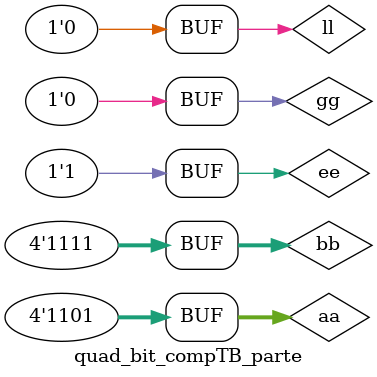
<source format=sv>
`timescale 1ns/1ns
module quad_bit_compTB_parte();
	logic [3:0] aa=4'b1111,bb=4'b1101;
	logic ll=0,ee=1,gg=0;
	wire ltout,eqout,gtout,ltout1,gtout1,eqout1;
	quad_comparator CUT1(aa,bb,ee,ll,gg,gtout,ltout,eqout);
	quad_comparator_assign CUT2(aa,bb,ee,ll,gg,gtout1,ltout1,eqout1);
	initial begin
	#1000;
	#1000 aa=4'b1101;
	#1000 aa=4'b1001;
	#1000 aa=4'b1101;
	#1000 bb=4'b1000;
	#1000 bb=4'b1111;
	end
endmodule


</source>
